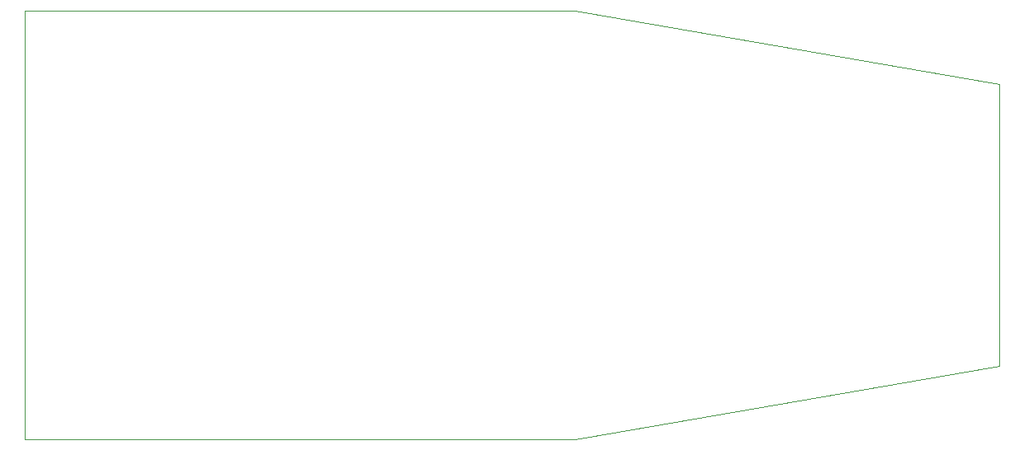
<source format=gm1>
G04 #@! TF.GenerationSoftware,KiCad,Pcbnew,(5.1.10)-1*
G04 #@! TF.CreationDate,2021-08-09T14:03:53+02:00*
G04 #@! TF.ProjectId,PSU,5053552e-6b69-4636-9164-5f7063625858,rev?*
G04 #@! TF.SameCoordinates,Original*
G04 #@! TF.FileFunction,Profile,NP*
%FSLAX46Y46*%
G04 Gerber Fmt 4.6, Leading zero omitted, Abs format (unit mm)*
G04 Created by KiCad (PCBNEW (5.1.10)-1) date 2021-08-09 14:03:53*
%MOMM*%
%LPD*%
G01*
G04 APERTURE LIST*
G04 #@! TA.AperFunction,Profile*
%ADD10C,0.050000*%
G04 #@! TD*
G04 APERTURE END LIST*
D10*
X239000000Y-110000000D02*
X239000000Y-81000000D01*
X195500000Y-117500000D02*
X239000000Y-110000000D01*
X139000000Y-117500000D02*
X195500000Y-117500000D01*
X195500000Y-73500000D02*
X239000000Y-81000000D01*
X139000000Y-73500000D02*
X195500000Y-73500000D01*
X139000000Y-117500000D02*
X139000000Y-73500000D01*
M02*

</source>
